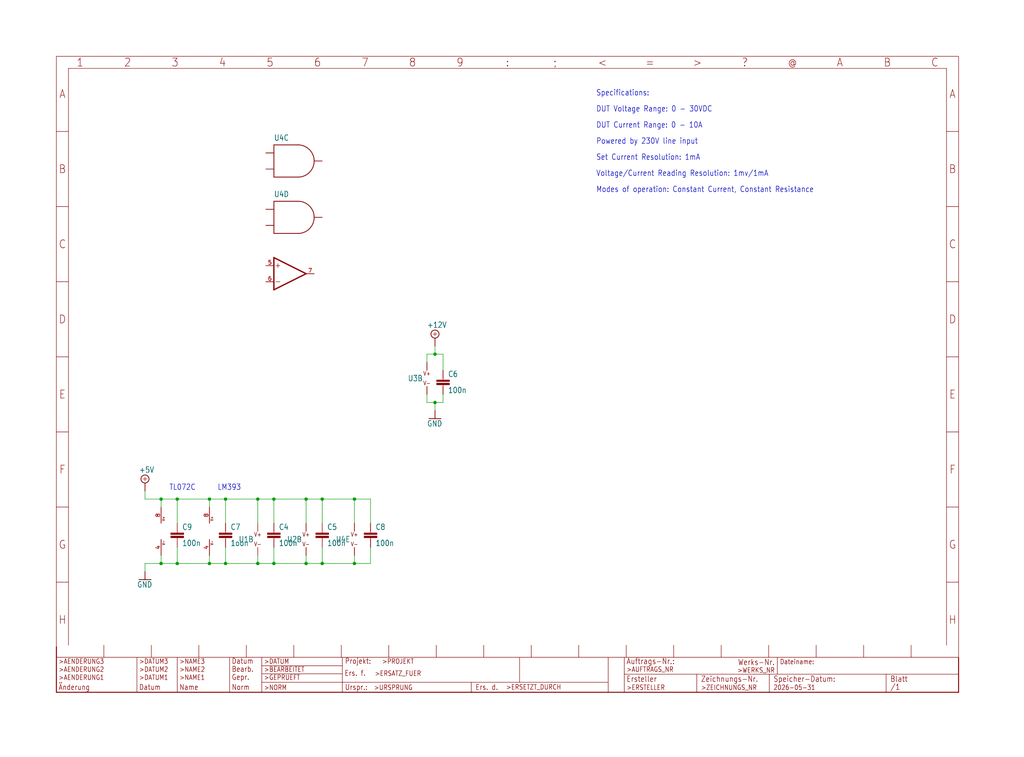
<source format=kicad_sch>
(kicad_sch (version 20230121) (generator eeschema)
  (paper "User" 322.885 238.912)
  (lib_symbols
    (symbol "DC Electronic Load-eagle-import:+12V" (power)
      (property "Value" "+12V" (at -2.54 3.175 0))
      (symbol "+12V_1_0"
        (polyline (pts (xy -0.635 1.27) (xy 0.635 1.27)) (stroke (width 0.1524)))
        (polyline (pts (xy 0 1.905) (xy 0 0.635)) (stroke (width 0.1524)))
        (circle (center 0 1.27) (radius 1.27) (stroke (width 0.254)))
        (pin power_in line (at 0 -2.54 90) (length 2.54) (name "+12V") (number "1"))
      )
    )
    (symbol "DC Electronic Load-eagle-import:+5V" (power)
      (property "Value" "+5V" (at -1.905 3.175 0))
      (symbol "+5V_1_0"
        (polyline (pts (xy -0.635 1.27) (xy 0.635 1.27)) (stroke (width 0.1524)))
        (polyline (pts (xy 0 0.635) (xy 0 1.905)) (stroke (width 0.1524)))
        (circle (center 0 1.27) (radius 1.27) (stroke (width 0.254)))
        (pin power_in line (at 0 -2.54 90) (length 2.54) (name "+5V") (number "1"))
      )
    )
    (symbol "DC Electronic Load-eagle-import:1_Robo-Lib_RAHMEN_A4_8Z-19S"
      (symbol "1_Robo-Lib_RAHMEN_A4_8Z-19S_1_0"
        (polyline (pts (xy 0 0) (xy 130.81 0)) (stroke (width 0.3048)))
        (polyline (pts (xy 0 14.351) (xy 0 0)) (stroke (width 0.3048)))
        (polyline (pts (xy 0 34.7504) (xy 3.81 34.7504)))
        (polyline (pts (xy 0 58.4518) (xy 3.81 58.4518)))
        (polyline (pts (xy 0 82.1531) (xy 3.81 82.1531)))
        (polyline (pts (xy 0 105.8545) (xy 3.81 105.8545)))
        (polyline (pts (xy 0 129.5559) (xy 3.81 129.5559)))
        (polyline (pts (xy 0 153.2573) (xy 3.81 153.2573)))
        (polyline (pts (xy 0 176.9586) (xy 3.81 176.9586)))
        (polyline (pts (xy 3.81 14.859) (xy 3.81 196.85)))
        (polyline (pts (xy 14.9726 11.049) (xy 14.9726 14.859)))
        (polyline (pts (xy 25.4 10.922) (xy 25.4 0)) (stroke (width 0.1524)))
        (polyline (pts (xy 29.9453 11.049) (xy 29.9453 14.859)))
        (polyline (pts (xy 38.1 10.922) (xy 38.1 0)) (stroke (width 0.1524)))
        (polyline (pts (xy 44.9179 11.049) (xy 44.9179 14.859)))
        (polyline (pts (xy 54.61 11.049) (xy 54.61 0)) (stroke (width 0.1524)))
        (polyline (pts (xy 59.8905 11.049) (xy 59.8905 14.859)))
        (polyline (pts (xy 64.77 3.175) (xy 64.77 0)) (stroke (width 0.1524)))
        (polyline (pts (xy 64.77 3.175) (xy 90.17 3.175)) (stroke (width 0.1524)))
        (polyline (pts (xy 64.77 5.842) (xy 90.17 5.842)) (stroke (width 0.1524)))
        (polyline (pts (xy 64.77 8.382) (xy 64.77 3.175)) (stroke (width 0.1524)))
        (polyline (pts (xy 64.77 8.382) (xy 90.17 8.382)) (stroke (width 0.1524)))
        (polyline (pts (xy 64.77 11.049) (xy 64.77 8.382)) (stroke (width 0.1524)))
        (polyline (pts (xy 74.8632 11.049) (xy 74.8632 14.859)))
        (polyline (pts (xy 89.8358 11.049) (xy 89.8358 14.859)))
        (polyline (pts (xy 90.17 0) (xy 90.17 3.175)) (stroke (width 0.1524)))
        (polyline (pts (xy 90.17 3.175) (xy 90.17 11.049)) (stroke (width 0.1524)))
        (polyline (pts (xy 104.8084 11.049) (xy 104.8084 14.859)))
        (polyline (pts (xy 119.7811 11.049) (xy 119.7811 14.859)))
        (polyline (pts (xy 130.81 0) (xy 130.81 3.175)) (stroke (width 0.1524)))
        (polyline (pts (xy 130.81 0) (xy 224.79 0)) (stroke (width 0.3048)))
        (polyline (pts (xy 130.81 3.175) (xy 90.17 3.175)) (stroke (width 0.1524)))
        (polyline (pts (xy 130.81 3.175) (xy 146.05 3.175)) (stroke (width 0.1524)))
        (polyline (pts (xy 134.7537 11.049) (xy 134.7537 14.859)))
        (polyline (pts (xy 146.05 3.175) (xy 146.05 11.049)) (stroke (width 0.1524)))
        (polyline (pts (xy 146.05 3.175) (xy 173.99 3.175)) (stroke (width 0.1524)))
        (polyline (pts (xy 149.7263 11.049) (xy 149.7263 14.859)))
        (polyline (pts (xy 164.6989 11.049) (xy 164.6989 14.859)))
        (polyline (pts (xy 173.99 0) (xy 173.99 3.175)) (stroke (width 0.1524)))
        (polyline (pts (xy 173.99 3.175) (xy 173.99 11.049)) (stroke (width 0.1524)))
        (polyline (pts (xy 179.07 0) (xy 179.07 5.715)) (stroke (width 0.1524)))
        (polyline (pts (xy 179.07 5.715) (xy 179.07 11.049)) (stroke (width 0.1524)))
        (polyline (pts (xy 179.6716 11.049) (xy 179.6716 14.859)))
        (polyline (pts (xy 194.6442 11.049) (xy 194.6442 14.859)))
        (polyline (pts (xy 201.93 0) (xy 201.93 5.715)) (stroke (width 0.1524)))
        (polyline (pts (xy 201.93 5.715) (xy 179.07 5.715)) (stroke (width 0.1524)))
        (polyline (pts (xy 201.93 5.715) (xy 224.79 5.715)) (stroke (width 0.1524)))
        (polyline (pts (xy 209.6168 11.049) (xy 209.6168 14.859)))
        (polyline (pts (xy 224.5895 11.049) (xy 224.5895 14.859)))
        (polyline (pts (xy 224.79 0) (xy 224.79 5.715)) (stroke (width 0.1524)))
        (polyline (pts (xy 224.79 0) (xy 284.48 0)) (stroke (width 0.3048)))
        (polyline (pts (xy 224.79 5.715) (xy 227.33 5.715)) (stroke (width 0.1524)))
        (polyline (pts (xy 227.33 5.715) (xy 261.62 5.715)) (stroke (width 0.1524)))
        (polyline (pts (xy 227.33 11.049) (xy 227.33 5.715)) (stroke (width 0.1524)))
        (polyline (pts (xy 239.5621 11.049) (xy 239.5621 14.859)))
        (polyline (pts (xy 254.5347 11.049) (xy 254.5347 14.859)))
        (polyline (pts (xy 261.62 0) (xy 261.62 5.715)) (stroke (width 0.1524)))
        (polyline (pts (xy 261.62 5.715) (xy 284.353 5.715)) (stroke (width 0.1524)))
        (polyline (pts (xy 269.5074 11.049) (xy 269.5074 14.859)))
        (polyline (pts (xy 280.67 14.859) (xy 280.67 196.85)))
        (polyline (pts (xy 280.67 34.7504) (xy 284.48 34.7504)))
        (polyline (pts (xy 280.67 58.4518) (xy 284.48 58.4518)))
        (polyline (pts (xy 280.67 82.1531) (xy 284.48 82.1531)))
        (polyline (pts (xy 280.67 105.8545) (xy 284.48 105.8545)))
        (polyline (pts (xy 280.67 129.5559) (xy 284.48 129.5559)))
        (polyline (pts (xy 280.67 153.2573) (xy 284.48 153.2573)))
        (polyline (pts (xy 280.67 176.9586) (xy 284.48 176.9586)))
        (polyline (pts (xy 280.67 196.85) (xy 3.81 196.85)))
        (polyline (pts (xy 284.48 10.922) (xy 284.48 0)) (stroke (width 0.3048)))
        (polyline (pts (xy 0 11.049) (xy 284.48 11.049) (xy 284.48 200.66) (xy 0 200.66) (xy 0 11.049)))
        (text "${#}/${##}" (at 262.89 0.635 0) (effects (font (size 1.778 1.5113)) (justify left bottom)))
        (text "${CURRENT_DATE}" (at 226.06 0.635 0) (effects (font (size 1.524 1.2954)) (justify left bottom)))
        (text "${PROJECTNAME}" (at 228.092 6.35 0) (effects (font (size 1.524 1.2954)) (justify left bottom)))
        (text "1" (at 7.4863 198.755 0) (effects (font (size 2.54 2.286))))
        (text "2" (at 22.4589 198.755 0) (effects (font (size 2.54 2.286))))
        (text "3" (at 37.4316 198.755 0) (effects (font (size 2.54 2.286))))
        (text "4" (at 52.4042 198.755 0) (effects (font (size 2.54 2.286))))
        (text "5" (at 67.3768 198.755 0) (effects (font (size 2.54 2.286))))
        (text "6" (at 82.3495 198.755 0) (effects (font (size 2.54 2.286))))
        (text "7" (at 97.3221 198.755 0) (effects (font (size 2.54 2.286))))
        (text "8" (at 112.2947 198.755 0) (effects (font (size 2.54 2.286))))
        (text "9" (at 127.2674 198.755 0) (effects (font (size 2.54 2.286))))
        (text ":" (at 142.24 198.755 0) (effects (font (size 2.54 2.286))))
        (text ";" (at 157.2126 198.755 0) (effects (font (size 2.54 2.286))))
        (text "<" (at 172.1853 198.755 0) (effects (font (size 2.54 2.286))))
        (text "=" (at 187.1579 198.755 0) (effects (font (size 2.54 2.286))))
        (text ">" (at 202.1305 198.755 0) (effects (font (size 2.54 2.286))))
        (text ">AENDERUNG1" (at 0.635 3.81 0) (effects (font (size 1.524 1.2954)) (justify left bottom)))
        (text ">AENDERUNG2" (at 0.635 6.35 0) (effects (font (size 1.524 1.2954)) (justify left bottom)))
        (text ">AENDERUNG3" (at 0.635 8.89 0) (effects (font (size 1.524 1.2954)) (justify left bottom)))
        (text ">AUFTRAGS_NR" (at 179.705 6.35 0) (effects (font (size 1.524 1.2954)) (justify left bottom)))
        (text ">BEARBEITET" (at 65.405 6.35 0) (effects (font (size 1.524 1.2954)) (justify left bottom)))
        (text ">DATUM" (at 65.405 8.89 0) (effects (font (size 1.524 1.2954)) (justify left bottom)))
        (text ">DATUM1" (at 26.035 3.81 0) (effects (font (size 1.524 1.2954)) (justify left bottom)))
        (text ">DATUM2" (at 26.035 6.35 0) (effects (font (size 1.524 1.2954)) (justify left bottom)))
        (text ">DATUM3" (at 26.035 8.89 0) (effects (font (size 1.524 1.2954)) (justify left bottom)))
        (text ">ERSATZ_FUER" (at 100.33 5.08 0) (effects (font (size 1.524 1.2954)) (justify left bottom)))
        (text ">ERSETZT_DURCH" (at 141.732 0.762 0) (effects (font (size 1.524 1.2954)) (justify left bottom)))
        (text ">ERSTELLER" (at 179.705 0.635 0) (effects (font (size 1.524 1.2954)) (justify left bottom)))
        (text ">GEPRUEFT" (at 65.405 3.81 0) (effects (font (size 1.524 1.2954)) (justify left bottom)))
        (text ">NAME1" (at 38.735 3.81 0) (effects (font (size 1.524 1.2954)) (justify left bottom)))
        (text ">NAME2" (at 38.735 6.35 0) (effects (font (size 1.524 1.2954)) (justify left bottom)))
        (text ">NAME3" (at 38.735 8.89 0) (effects (font (size 1.524 1.2954)) (justify left bottom)))
        (text ">NORM" (at 65.405 0.635 0) (effects (font (size 1.524 1.2954)) (justify left bottom)))
        (text ">PROJEKT" (at 102.616 8.89 0) (effects (font (size 1.524 1.2954)) (justify left bottom)))
        (text ">URSPRUNG" (at 100.076 0.635 0) (effects (font (size 1.524 1.2954)) (justify left bottom)))
        (text ">WERKS_NR" (at 226.568 7.874 0) (effects (font (size 1.524 1.2954)) (justify right top)))
        (text ">ZEICHNUNGS_NR" (at 203.2 0.635 0) (effects (font (size 1.524 1.2954)) (justify left bottom)))
        (text "?" (at 217.1032 198.755 0) (effects (font (size 2.54 2.286))))
        (text "@" (at 232.0758 198.755 0) (effects (font (size 2.54 2.286))))
        (text "A" (at 1.905 188.8093 0) (effects (font (size 2.54 2.286))))
        (text "A" (at 247.0484 198.755 0) (effects (font (size 2.54 2.286))))
        (text "A" (at 282.575 188.8093 0) (effects (font (size 2.54 2.286))))
        (text "Auftrags-Nr.:" (at 179.705 8.763 0) (effects (font (size 1.778 1.5113)) (justify left bottom)))
        (text "B" (at 1.905 165.1079 0) (effects (font (size 2.54 2.286))))
        (text "B" (at 262.0211 198.755 0) (effects (font (size 2.54 2.286))))
        (text "B" (at 282.575 165.1079 0) (effects (font (size 2.54 2.286))))
        (text "Bearb." (at 55.245 6.35 0) (effects (font (size 1.6764 1.4249)) (justify left bottom)))
        (text "Blatt" (at 262.89 3.175 0) (effects (font (size 1.778 1.5113)) (justify left bottom)))
        (text "C" (at 1.905 141.4066 0) (effects (font (size 2.54 2.286))))
        (text "C" (at 276.9937 198.755 0) (effects (font (size 2.54 2.286))))
        (text "C" (at 282.575 141.4066 0) (effects (font (size 2.54 2.286))))
        (text "D" (at 1.905 117.7052 0) (effects (font (size 2.54 2.286))))
        (text "D" (at 282.575 117.7052 0) (effects (font (size 2.54 2.286))))
        (text "Dateiname:" (at 228.092 8.763 0) (effects (font (size 1.524 1.2954)) (justify left bottom)))
        (text "Datum" (at 26.035 0.635 0) (effects (font (size 1.6764 1.4249)) (justify left bottom)))
        (text "Datum" (at 55.245 8.89 0) (effects (font (size 1.6764 1.4249)) (justify left bottom)))
        (text "E" (at 1.905 94.0038 0) (effects (font (size 2.54 2.286))))
        (text "E" (at 282.575 94.0038 0) (effects (font (size 2.54 2.286))))
        (text "Ers. d." (at 132.08 0.635 0) (effects (font (size 1.6764 1.4249)) (justify left bottom)))
        (text "Ers. f." (at 90.805 5.08 0) (effects (font (size 1.6764 1.4249)) (justify left bottom)))
        (text "Ersteller" (at 179.705 3.175 0) (effects (font (size 1.778 1.5113)) (justify left bottom)))
        (text "F" (at 1.905 70.3024 0) (effects (font (size 2.54 2.286))))
        (text "F" (at 282.575 70.3024 0) (effects (font (size 2.54 2.286))))
        (text "G" (at 1.905 46.6011 0) (effects (font (size 2.54 2.286))))
        (text "G" (at 282.575 46.6011 0) (effects (font (size 2.54 2.286))))
        (text "Gepr." (at 55.245 3.81 0) (effects (font (size 1.6764 1.4249)) (justify left bottom)))
        (text "H" (at 1.905 22.8997 0) (effects (font (size 2.54 2.286))))
        (text "H" (at 282.575 22.8997 0) (effects (font (size 2.54 2.286))))
        (text "Name" (at 38.735 0.635 0) (effects (font (size 1.6764 1.4249)) (justify left bottom)))
        (text "Norm" (at 55.245 0.635 0) (effects (font (size 1.6764 1.4249)) (justify left bottom)))
        (text "Projekt:" (at 90.932 8.89 0) (effects (font (size 1.6764 1.4249)) (justify left bottom)))
        (text "Speicher-Datum:" (at 226.06 3.175 0) (effects (font (size 1.778 1.5113)) (justify left bottom)))
        (text "Urspr.:" (at 90.932 0.635 0) (effects (font (size 1.6764 1.4249)) (justify left bottom)))
        (text "Werks-Nr." (at 226.568 10.541 0) (effects (font (size 1.778 1.5113)) (justify right top)))
        (text "Zeichnungs-Nr." (at 203.2 3.175 0) (effects (font (size 1.778 1.5113)) (justify left bottom)))
        (text "Änderung" (at 0.635 0.635 0) (effects (font (size 1.6764 1.4249)) (justify left bottom)))
      )
    )
    (symbol "DC Electronic Load-eagle-import:AD8628"
      (property "Reference" "U" (at 1.27 0 0))
      (symbol "AD8628_1_0"
        (polyline (pts (xy -5.08 5.08) (xy -5.08 -5.08)) (stroke (width 0.4064)))
        (polyline (pts (xy -5.08 5.08) (xy 5.08 0)) (stroke (width 0.4064)))
        (polyline (pts (xy -4.445 -2.54) (xy -3.175 -2.54)) (stroke (width 0.1524)))
        (polyline (pts (xy -4.445 2.54) (xy -3.175 2.54)) (stroke (width 0.1524)))
        (polyline (pts (xy -3.81 3.175) (xy -3.81 1.905)) (stroke (width 0.1524)))
        (polyline (pts (xy 5.08 0) (xy -5.08 -5.08)) (stroke (width 0.4064)))
        (pin bidirectional line (at -7.62 -2.54 0) (length 2.54) (name "IN-") (number "2"))
        (pin bidirectional line (at -7.62 2.54 0) (length 2.54) (name "IN+") (number "3"))
        (pin bidirectional line (at 7.62 0 180) (length 2.54) (name "OUT") (number "6"))
      )
      (symbol "AD8628_2_0"
        (text "V+" (at 0 1.524 0) (effects (font (size 1.27 1.0795))))
        (text "V-" (at 0 -1.524 0) (effects (font (size 1.27 1.0795))))
        (pin bidirectional line (at 0 -5.08 90) (length 2.54) (name "V-") (number "4"))
        (pin bidirectional line (at 0 5.08 270) (length 2.54) (name "V+") (number "7"))
      )
    )
    (symbol "DC Electronic Load-eagle-import:C-EUC1206"
      (property "Reference" "C" (at 1.524 0.381 0))
      (symbol "C-EUC1206_1_0"
        (rectangle (start -2.032 -2.032) (end 2.032 -1.524) (fill (type outline)))
        (rectangle (start -2.032 -1.016) (end 2.032 -0.508) (fill (type outline)))
        (polyline (pts (xy 0 -2.54) (xy 0 -2.032)) (stroke (width 0.1524)))
        (polyline (pts (xy 0 0) (xy 0 -0.508)) (stroke (width 0.1524)))
        (pin passive line (at 0 2.54 270) (length 2.54) (name "1") (number "1"))
        (pin passive line (at 0 -5.08 90) (length 2.54) (name "2") (number "2"))
      )
    )
    (symbol "DC Electronic Load-eagle-import:GND" (power)
      (property "Value" "GND" (at -2.54 -2.54 0))
      (symbol "GND_1_0"
        (polyline (pts (xy -1.905 0) (xy 1.905 0)) (stroke (width 0.254)))
        (pin power_in line (at 0 2.54 270) (length 2.54) (name "GND") (number "1"))
      )
    )
    (symbol "DC Electronic Load-eagle-import:LM393D"
      (symbol "LM393D_1_0"
        (polyline (pts (xy -5.08 -5.08) (xy 5.08 0)) (stroke (width 0.4064)))
        (polyline (pts (xy -5.08 5.08) (xy -5.08 -5.08)) (stroke (width 0.4064)))
        (polyline (pts (xy -4.445 -2.54) (xy -3.175 -2.54)) (stroke (width 0.1524)))
        (polyline (pts (xy -4.445 2.54) (xy -3.175 2.54)) (stroke (width 0.1524)))
        (polyline (pts (xy -3.81 3.175) (xy -3.81 1.905)) (stroke (width 0.1524)))
        (polyline (pts (xy 5.08 0) (xy -5.08 5.08)) (stroke (width 0.4064)))
        (pin output line (at 7.62 0 180) (length 2.54) (name "OUT") (number "1"))
        (pin input line (at -7.62 -2.54 0) (length 2.54) (name "-IN") (number "2"))
        (pin input line (at -7.62 2.54 0) (length 2.54) (name "+IN") (number "3"))
      )
      (symbol "LM393D_2_0"
        (polyline (pts (xy -5.08 -5.08) (xy 5.08 0)) (stroke (width 0.4064)))
        (polyline (pts (xy -5.08 5.08) (xy -5.08 -5.08)) (stroke (width 0.4064)))
        (polyline (pts (xy -4.445 -2.54) (xy -3.175 -2.54)) (stroke (width 0.1524)))
        (polyline (pts (xy -4.445 2.54) (xy -3.175 2.54)) (stroke (width 0.1524)))
        (polyline (pts (xy -3.81 3.175) (xy -3.81 1.905)) (stroke (width 0.1524)))
        (polyline (pts (xy 5.08 0) (xy -5.08 5.08)) (stroke (width 0.4064)))
        (pin input line (at -7.62 2.54 0) (length 2.54) (name "+IN") (number "5"))
        (pin input line (at -7.62 -2.54 0) (length 2.54) (name "-IN") (number "6"))
        (pin output line (at 7.62 0 180) (length 2.54) (name "OUT") (number "7"))
      )
      (symbol "LM393D_3_0"
        (text "V+" (at 1.27 3.175 900) (effects (font (size 0.8128 0.6908)) (justify left bottom)))
        (text "V-" (at 1.27 -4.445 900) (effects (font (size 0.8128 0.6908)) (justify left bottom)))
        (pin power_in line (at 0 -7.62 90) (length 5.08) (name "V-") (number "4"))
        (pin power_in line (at 0 7.62 270) (length 5.08) (name "V+") (number "8"))
      )
    )
    (symbol "DC Electronic Load-eagle-import:SN74AHC08"
      (property "Reference" "U" (at 1.27 0 0))
      (symbol "SN74AHC08_1_0"
        (polyline (pts (xy -5.08 -5.08) (xy 2.54 -5.08)) (stroke (width 0.254)))
        (polyline (pts (xy -5.08 5.08) (xy -5.08 -5.08)) (stroke (width 0.254)))
        (polyline (pts (xy -5.08 5.08) (xy 2.54 5.08)) (stroke (width 0.254)))
        (arc (start 2.5398 -5.08) (mid 7.5978 -0.0001) (end 2.54 5.08) (stroke (width 0.254)))
        (pin input line (at -7.62 2.54 0) (length 2.54) (name "A") (number "1"))
        (pin input line (at -7.62 -2.54 0) (length 2.54) (name "B") (number "2"))
        (pin bidirectional line (at 10.16 0 180) (length 2.54) (name "Y") (number "3"))
      )
      (symbol "SN74AHC08_2_0"
        (polyline (pts (xy -5.08 -5.08) (xy 2.54 -5.08)) (stroke (width 0.254)))
        (polyline (pts (xy -5.08 5.08) (xy -5.08 -5.08)) (stroke (width 0.254)))
        (polyline (pts (xy -5.08 5.08) (xy 2.54 5.08)) (stroke (width 0.254)))
        (arc (start 2.5398 -5.08) (mid 7.5978 -0.0001) (end 2.54 5.08) (stroke (width 0.254)))
        (pin input line (at -7.62 2.54 0) (length 2.54) (name "A") (number "4"))
        (pin input line (at -7.62 -2.54 0) (length 2.54) (name "B") (number "5"))
        (pin bidirectional line (at 10.16 0 180) (length 2.54) (name "Y") (number "6"))
      )
      (symbol "SN74AHC08_3_0"
        (polyline (pts (xy -5.08 -5.08) (xy 2.54 -5.08)) (stroke (width 0.254)))
        (polyline (pts (xy -5.08 5.08) (xy -5.08 -5.08)) (stroke (width 0.254)))
        (polyline (pts (xy -5.08 5.08) (xy 2.54 5.08)) (stroke (width 0.254)))
        (arc (start 2.5398 -5.08) (mid 7.5978 -0.0001) (end 2.54 5.08) (stroke (width 0.254)))
        (pin input line (at -7.62 -2.54 0) (length 2.54) (name "B") (number "10"))
        (pin bidirectional line (at 10.16 0 180) (length 2.54) (name "Y") (number "8"))
        (pin input line (at -7.62 2.54 0) (length 2.54) (name "A") (number "9"))
      )
      (symbol "SN74AHC08_4_0"
        (polyline (pts (xy -5.08 -5.08) (xy 2.54 -5.08)) (stroke (width 0.254)))
        (polyline (pts (xy -5.08 5.08) (xy -5.08 -5.08)) (stroke (width 0.254)))
        (polyline (pts (xy -5.08 5.08) (xy 2.54 5.08)) (stroke (width 0.254)))
        (arc (start 2.5398 -5.08) (mid 7.5978 -0.0001) (end 2.54 5.08) (stroke (width 0.254)))
        (pin bidirectional line (at 10.16 0 180) (length 2.54) (name "Y") (number "11"))
        (pin input line (at -7.62 2.54 0) (length 2.54) (name "A") (number "12"))
        (pin input line (at -7.62 -2.54 0) (length 2.54) (name "B") (number "13"))
      )
      (symbol "SN74AHC08_5_0"
        (text "V+" (at 0 1.524 0) (effects (font (size 1.27 1.0795))))
        (text "V-" (at 0 -1.524 0) (effects (font (size 1.27 1.0795))))
        (pin bidirectional line (at 0 5.08 270) (length 2.54) (name "V+") (number "14"))
        (pin bidirectional line (at 0 -5.08 90) (length 2.54) (name "V-") (number "7"))
      )
    )
    (symbol "DC Electronic Load-eagle-import:TL072D"
      (symbol "TL072D_1_0"
        (polyline (pts (xy -5.08 -5.08) (xy 5.08 0)) (stroke (width 0.4064)))
        (polyline (pts (xy -5.08 5.08) (xy -5.08 -5.08)) (stroke (width 0.4064)))
        (polyline (pts (xy -4.445 -2.54) (xy -3.175 -2.54)) (stroke (width 0.1524)))
        (polyline (pts (xy -4.445 2.54) (xy -3.175 2.54)) (stroke (width 0.1524)))
        (polyline (pts (xy -3.81 3.175) (xy -3.81 1.905)) (stroke (width 0.1524)))
        (polyline (pts (xy 5.08 0) (xy -5.08 5.08)) (stroke (width 0.4064)))
        (pin output line (at 7.62 0 180) (length 2.54) (name "OUT") (number "1"))
        (pin input line (at -7.62 -2.54 0) (length 2.54) (name "-IN") (number "2"))
        (pin input line (at -7.62 2.54 0) (length 2.54) (name "+IN") (number "3"))
      )
      (symbol "TL072D_2_0"
        (polyline (pts (xy -5.08 -5.08) (xy 5.08 0)) (stroke (width 0.4064)))
        (polyline (pts (xy -5.08 5.08) (xy -5.08 -5.08)) (stroke (width 0.4064)))
        (polyline (pts (xy -4.445 -2.54) (xy -3.175 -2.54)) (stroke (width 0.1524)))
        (polyline (pts (xy -4.445 2.54) (xy -3.175 2.54)) (stroke (width 0.1524)))
        (polyline (pts (xy -3.81 3.175) (xy -3.81 1.905)) (stroke (width 0.1524)))
        (polyline (pts (xy 5.08 0) (xy -5.08 5.08)) (stroke (width 0.4064)))
        (pin input line (at -7.62 2.54 0) (length 2.54) (name "+IN") (number "5"))
        (pin input line (at -7.62 -2.54 0) (length 2.54) (name "-IN") (number "6"))
        (pin output line (at 7.62 0 180) (length 2.54) (name "OUT") (number "7"))
      )
      (symbol "TL072D_3_0"
        (text "V+" (at 1.27 3.175 900) (effects (font (size 0.8128 0.6908)) (justify left bottom)))
        (text "V-" (at 1.27 -4.445 900) (effects (font (size 0.8128 0.6908)) (justify left bottom)))
        (pin power_in line (at 0 -7.62 90) (length 5.08) (name "V-") (number "4"))
        (pin power_in line (at 0 7.62 270) (length 5.08) (name "V+") (number "8"))
      )
    )
  )
  (junction (at 50.8 177.8))
  (junction (at 81.28 177.8))
  (junction (at 71.12 157.48))
  (junction (at 81.28 157.48))
  (junction (at 86.36 157.48))
  (junction (at 137.16 127))
  (junction (at 111.76 177.8))
  (junction (at 101.6 177.8))
  (junction (at 55.88 177.8))
  (junction (at 66.04 177.8))
  (junction (at 96.52 157.48))
  (junction (at 86.36 177.8))
  (junction (at 50.8 157.48))
  (junction (at 55.88 157.48))
  (junction (at 66.04 157.48))
  (junction (at 101.6 157.48))
  (junction (at 96.52 177.8))
  (junction (at 111.76 157.48))
  (junction (at 137.16 111.76))
  (junction (at 71.12 177.8))
  (wire (pts (xy 50.8 157.48) (xy 45.72 157.48)) (stroke (width 0.1524)))
  (wire (pts (xy 45.72 157.48) (xy 45.72 154.94)) (stroke (width 0.1524)))
  (wire (pts (xy 139.7 111.76) (xy 139.7 116.84)) (stroke (width 0.1524)))
  (wire (pts (xy 101.6 157.48) (xy 101.6 165.1)) (stroke (width 0.1524)))
  (wire (pts (xy 66.04 157.48) (xy 71.12 157.48)) (stroke (width 0.1524)))
  (wire (pts (xy 66.04 157.48) (xy 66.04 160.02)) (stroke (width 0.1524)))
  (wire (pts (xy 111.76 157.48) (xy 116.84 157.48)) (stroke (width 0.1524)))
  (wire (pts (xy 55.88 157.48) (xy 66.04 157.48)) (stroke (width 0.1524)))
  (wire (pts (xy 71.12 157.48) (xy 71.12 165.1)) (stroke (width 0.1524)))
  (wire (pts (xy 101.6 177.8) (xy 96.52 177.8)) (stroke (width 0.1524)))
  (wire (pts (xy 55.88 177.8) (xy 50.8 177.8)) (stroke (width 0.1524)))
  (wire (pts (xy 134.62 111.76) (xy 137.16 111.76)) (stroke (width 0.1524)))
  (wire (pts (xy 134.62 111.76) (xy 134.62 114.3)) (stroke (width 0.1524)))
  (wire (pts (xy 111.76 177.8) (xy 101.6 177.8)) (stroke (width 0.1524)))
  (wire (pts (xy 86.36 177.8) (xy 96.52 177.8)) (stroke (width 0.1524)))
  (wire (pts (xy 137.16 109.22) (xy 137.16 111.76)) (stroke (width 0.1524)))
  (wire (pts (xy 45.72 180.34) (xy 45.72 177.8)) (stroke (width 0.1524)))
  (wire (pts (xy 101.6 157.48) (xy 111.76 157.48)) (stroke (width 0.1524)))
  (wire (pts (xy 101.6 172.72) (xy 101.6 177.8)) (stroke (width 0.1524)))
  (wire (pts (xy 81.28 177.8) (xy 86.36 177.8)) (stroke (width 0.1524)))
  (wire (pts (xy 96.52 157.48) (xy 96.52 165.1)) (stroke (width 0.1524)))
  (wire (pts (xy 50.8 157.48) (xy 55.88 157.48)) (stroke (width 0.1524)))
  (wire (pts (xy 137.16 111.76) (xy 139.7 111.76)) (stroke (width 0.1524)))
  (wire (pts (xy 111.76 175.26) (xy 111.76 177.8)) (stroke (width 0.1524)))
  (wire (pts (xy 86.36 157.48) (xy 86.36 165.1)) (stroke (width 0.1524)))
  (wire (pts (xy 81.28 157.48) (xy 86.36 157.48)) (stroke (width 0.1524)))
  (wire (pts (xy 96.52 175.26) (xy 96.52 177.8)) (stroke (width 0.1524)))
  (wire (pts (xy 139.7 127) (xy 137.16 127)) (stroke (width 0.1524)))
  (wire (pts (xy 86.36 172.72) (xy 86.36 177.8)) (stroke (width 0.1524)))
  (wire (pts (xy 116.84 177.8) (xy 111.76 177.8)) (stroke (width 0.1524)))
  (wire (pts (xy 71.12 157.48) (xy 81.28 157.48)) (stroke (width 0.1524)))
  (wire (pts (xy 50.8 160.02) (xy 50.8 157.48)) (stroke (width 0.1524)))
  (wire (pts (xy 96.52 157.48) (xy 101.6 157.48)) (stroke (width 0.1524)))
  (wire (pts (xy 55.88 177.8) (xy 66.04 177.8)) (stroke (width 0.1524)))
  (wire (pts (xy 86.36 157.48) (xy 96.52 157.48)) (stroke (width 0.1524)))
  (wire (pts (xy 116.84 157.48) (xy 116.84 165.1)) (stroke (width 0.1524)))
  (wire (pts (xy 134.62 124.46) (xy 134.62 127)) (stroke (width 0.1524)))
  (wire (pts (xy 81.28 175.26) (xy 81.28 177.8)) (stroke (width 0.1524)))
  (wire (pts (xy 137.16 127) (xy 134.62 127)) (stroke (width 0.1524)))
  (wire (pts (xy 55.88 157.48) (xy 55.88 165.1)) (stroke (width 0.1524)))
  (wire (pts (xy 55.88 172.72) (xy 55.88 177.8)) (stroke (width 0.1524)))
  (wire (pts (xy 139.7 124.46) (xy 139.7 127)) (stroke (width 0.1524)))
  (wire (pts (xy 71.12 177.8) (xy 81.28 177.8)) (stroke (width 0.1524)))
  (wire (pts (xy 45.72 177.8) (xy 50.8 177.8)) (stroke (width 0.1524)))
  (wire (pts (xy 137.16 129.54) (xy 137.16 127)) (stroke (width 0.1524)))
  (wire (pts (xy 71.12 172.72) (xy 71.12 177.8)) (stroke (width 0.1524)))
  (wire (pts (xy 116.84 172.72) (xy 116.84 177.8)) (stroke (width 0.1524)))
  (wire (pts (xy 66.04 175.26) (xy 66.04 177.8)) (stroke (width 0.1524)))
  (wire (pts (xy 111.76 157.48) (xy 111.76 165.1)) (stroke (width 0.1524)))
  (wire (pts (xy 81.28 157.48) (xy 81.28 165.1)) (stroke (width 0.1524)))
  (wire (pts (xy 66.04 177.8) (xy 71.12 177.8)) (stroke (width 0.1524)))
  (wire (pts (xy 50.8 177.8) (xy 50.8 175.26)) (stroke (width 0.1524)))
  (text "Powered by 230V line input" (at 187.96 45.72 0) (effects (font (size 1.778 1.5113)) (justify left bottom)))
  (text "Specifications:" (at 187.96 30.48 0) (effects (font (size 1.778 1.5113)) (justify left bottom)))
  (text "DUT Voltage Range: 0 - 30VDC" (at 187.96 35.56 0) (effects (font (size 1.778 1.5113)) (justify left bottom)))
  (text "Voltage/Current Reading Resolution: 1mv/1mA" (at 187.96 55.88 0) (effects (font (size 1.778 1.5113)) (justify left bottom)))
  (text "DUT Current Range: 0 - 10A" (at 187.96 40.64 0) (effects (font (size 1.778 1.5113)) (justify left bottom)))
  (text "LM393" (at 68.58 154.94 0) (effects (font (size 1.778 1.5113)) (justify left bottom)))
  (text "Modes of operation: Constant Current, Constant Resistance" (at 187.96 60.96 0) (effects (font (size 1.778 1.5113)) (justify left bottom)))
  (text "Set Current Resolution: 1mA" (at 187.96 50.8 0) (effects (font (size 1.778 1.5113)) (justify left bottom)))
  (text "TL072C" (at 53.34 154.94 0) (effects (font (size 1.778 1.5113)) (justify left bottom)))
  (symbol (lib_id "DC Electronic Load-eagle-import:C-EUC1206") (at 55.88 167.64 0) (unit 1)
    (property "Reference" "C9" (at 57.404 167.259 0) (effects (font (size 1.778 1.5113)) (justify left bottom)))
    (property "Value" "100n" (at 57.404 172.339 0) (effects (font (size 1.778 1.5113)) (justify left bottom)))
    (property "Footprint" "DC Electronic Load:C1206" (effects hide))
  )
  (symbol (lib_id "DC Electronic Load-eagle-import:TL072D") (at 50.8 167.64 0) (unit 3)
    (property "Reference" "IC2" (effects hide))
    (property "Value" "TL072D" (effects hide))
    (property "Footprint" "DC Electronic Load:SO08" (effects hide))
  )
  (symbol (lib_id "DC Electronic Load-eagle-import:C-EUC1206") (at 86.36 167.64 0) (unit 1)
    (property "Reference" "C4" (at 87.884 167.259 0) (effects (font (size 1.778 1.5113)) (justify left bottom)))
    (property "Value" "100n" (at 87.884 172.339 0) (effects (font (size 1.778 1.5113)) (justify left bottom)))
    (property "Footprint" "DC Electronic Load:C1206" (effects hide))
  )
  (symbol (lib_id "DC Electronic Load-eagle-import:C-EUC1206") (at 71.12 167.64 0) (unit 1)
    (property "Reference" "C7" (at 72.644 167.259 0) (effects (font (size 1.778 1.5113)) (justify left bottom)))
    (property "Value" "1oon" (at 72.644 172.339 0) (effects (font (size 1.778 1.5113)) (justify left bottom)))
    (property "Footprint" "DC Electronic Load:C1206" (effects hide))
  )
  (symbol (lib_id "DC Electronic Load-eagle-import:GND") (at 45.72 182.88 0) (unit 1)
    (property "Reference" "#GND6" (effects hide))
    (property "Value" "GND" (at 43.18 185.42 0) (effects (font (size 1.778 1.5113)) (justify left bottom)))
  )
  (symbol (lib_id "DC Electronic Load-eagle-import:SN74AHC08") (at 91.44 68.58 0) (unit 4)
    (property "Reference" "U4" (at 86.36 62.23 0) (effects (font (size 1.778 1.5113)) (justify left bottom)))
    (property "Value" "SN74AHC08" (effects hide))
    (property "Footprint" "DC Electronic Load:SOIC−14" (effects hide))
  )
  (symbol (lib_id "DC Electronic Load-eagle-import:C-EUC1206") (at 139.7 119.38 0) (unit 1)
    (property "Reference" "C6" (at 141.224 118.999 0) (effects (font (size 1.778 1.5113)) (justify left bottom)))
    (property "Value" "100n" (at 141.224 124.079 0) (effects (font (size 1.778 1.5113)) (justify left bottom)))
    (property "Footprint" "DC Electronic Load:C1206" (effects hide))
  )
  (symbol (lib_id "DC Electronic Load-eagle-import:SN74AHC08") (at 91.44 50.8 0) (unit 3)
    (property "Reference" "U4" (at 86.36 44.45 0) (effects (font (size 1.778 1.5113)) (justify left bottom)))
    (property "Value" "SN74AHC08" (effects hide))
    (property "Footprint" "DC Electronic Load:SOIC−14" (effects hide))
  )
  (symbol (lib_id "DC Electronic Load-eagle-import:+5V") (at 45.72 152.4 0) (unit 1)
    (property "Reference" "#SUPPLY4" (effects hide))
    (property "Value" "+5V" (at 43.815 149.225 0) (effects (font (size 1.778 1.5113)) (justify left bottom)))
  )
  (symbol (lib_id "DC Electronic Load-eagle-import:C-EUC1206") (at 101.6 167.64 0) (unit 1)
    (property "Reference" "C5" (at 103.124 167.259 0) (effects (font (size 1.778 1.5113)) (justify left bottom)))
    (property "Value" "100n" (at 103.124 172.339 0) (effects (font (size 1.778 1.5113)) (justify left bottom)))
    (property "Footprint" "DC Electronic Load:C1206" (effects hide))
  )
  (symbol (lib_id "DC Electronic Load-eagle-import:C-EUC1206") (at 116.84 167.64 0) (unit 1)
    (property "Reference" "C8" (at 118.364 167.259 0) (effects (font (size 1.778 1.5113)) (justify left bottom)))
    (property "Value" "100n" (at 118.364 172.339 0) (effects (font (size 1.778 1.5113)) (justify left bottom)))
    (property "Footprint" "DC Electronic Load:C1206" (effects hide))
  )
  (symbol (lib_id "DC Electronic Load-eagle-import:AD8628") (at 134.62 119.38 0) (mirror y) (unit 2)
    (property "Reference" "U3" (at 133.35 119.38 0) (effects (font (size 1.778 1.5113)) (justify left)))
    (property "Value" "AD8628" (effects hide))
    (property "Footprint" "DC Electronic Load:SOIC-8" (effects hide))
  )
  (symbol (lib_id "DC Electronic Load-eagle-import:TL072D") (at 91.44 86.36 0) (unit 2)
    (property "Reference" "IC2" (effects hide))
    (property "Value" "TL072D" (effects hide))
    (property "Footprint" "DC Electronic Load:SO08" (effects hide))
  )
  (symbol (lib_id "DC Electronic Load-eagle-import:AD8628") (at 96.52 170.18 0) (mirror y) (unit 2)
    (property "Reference" "U2" (at 95.25 170.18 0) (effects (font (size 1.778 1.5113)) (justify left)))
    (property "Value" "AD8628" (effects hide))
    (property "Footprint" "DC Electronic Load:SOIC-8" (effects hide))
  )
  (symbol (lib_id "DC Electronic Load-eagle-import:AD8628") (at 81.28 170.18 0) (mirror y) (unit 2)
    (property "Reference" "U1" (at 80.01 170.18 0) (effects (font (size 1.778 1.5113)) (justify left)))
    (property "Value" "AD8628" (effects hide))
    (property "Footprint" "DC Electronic Load:SOIC-8" (effects hide))
  )
  (symbol (lib_id "DC Electronic Load-eagle-import:GND") (at 137.16 132.08 0) (unit 1)
    (property "Reference" "#GND11" (effects hide))
    (property "Value" "GND" (at 134.62 134.62 0) (effects (font (size 1.778 1.5113)) (justify left bottom)))
  )
  (symbol (lib_id "DC Electronic Load-eagle-import:SN74AHC08") (at 111.76 170.18 0) (mirror y) (unit 5)
    (property "Reference" "U4" (at 110.49 170.18 0) (effects (font (size 1.778 1.5113)) (justify left)))
    (property "Value" "SN74AHC08" (effects hide))
    (property "Footprint" "DC Electronic Load:SOIC−14" (effects hide))
  )
  (symbol (lib_id "DC Electronic Load-eagle-import:1_Robo-Lib_RAHMEN_A4_8Z-19S") (at 17.78 218.44 0) (unit 1)
    (property "Reference" "#RAHMEN2" (effects hide))
    (property "Value" "RAHMEN_A4_8Z-19S" (effects hide))
  )
  (symbol (lib_id "DC Electronic Load-eagle-import:LM393D") (at 66.04 167.64 0) (unit 3)
    (property "Reference" "IC1" (effects hide))
    (property "Value" "LM393D" (effects hide))
    (property "Footprint" "DC Electronic Load:SO08" (effects hide))
  )
  (symbol (lib_id "DC Electronic Load-eagle-import:+12V") (at 137.16 106.68 0) (unit 1)
    (property "Reference" "#SUPPLY3" (effects hide))
    (property "Value" "+12V" (at 134.62 103.505 0) (effects (font (size 1.778 1.5113)) (justify left bottom)))
  )
)
</source>
